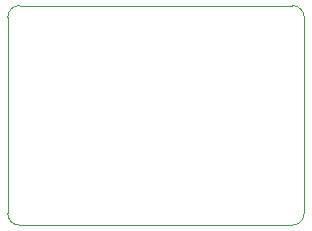
<source format=gbr>
%TF.GenerationSoftware,KiCad,Pcbnew,8.0.7*%
%TF.CreationDate,2025-01-03T12:22:39+02:00*%
%TF.ProjectId,debugger,64656275-6767-4657-922e-6b696361645f,rev?*%
%TF.SameCoordinates,Original*%
%TF.FileFunction,Profile,NP*%
%FSLAX46Y46*%
G04 Gerber Fmt 4.6, Leading zero omitted, Abs format (unit mm)*
G04 Created by KiCad (PCBNEW 8.0.7) date 2025-01-03 12:22:39*
%MOMM*%
%LPD*%
G01*
G04 APERTURE LIST*
%TA.AperFunction,Profile*%
%ADD10C,0.050000*%
%TD*%
G04 APERTURE END LIST*
D10*
X137000000Y-117150000D02*
X137000000Y-100550000D01*
X161100000Y-118150000D02*
X138000000Y-118150000D01*
X137000000Y-100550000D02*
G75*
G02*
X138000000Y-99550000I1000000J0D01*
G01*
X138000000Y-118150000D02*
G75*
G02*
X137000000Y-117150000I0J1000000D01*
G01*
X138000000Y-99550000D02*
X161100000Y-99550000D01*
X161100000Y-99550000D02*
G75*
G02*
X162100000Y-100550000I0J-1000000D01*
G01*
X162100000Y-117150000D02*
G75*
G02*
X161100000Y-118150000I-1000000J0D01*
G01*
X162100000Y-100550000D02*
X162100000Y-117150000D01*
M02*

</source>
